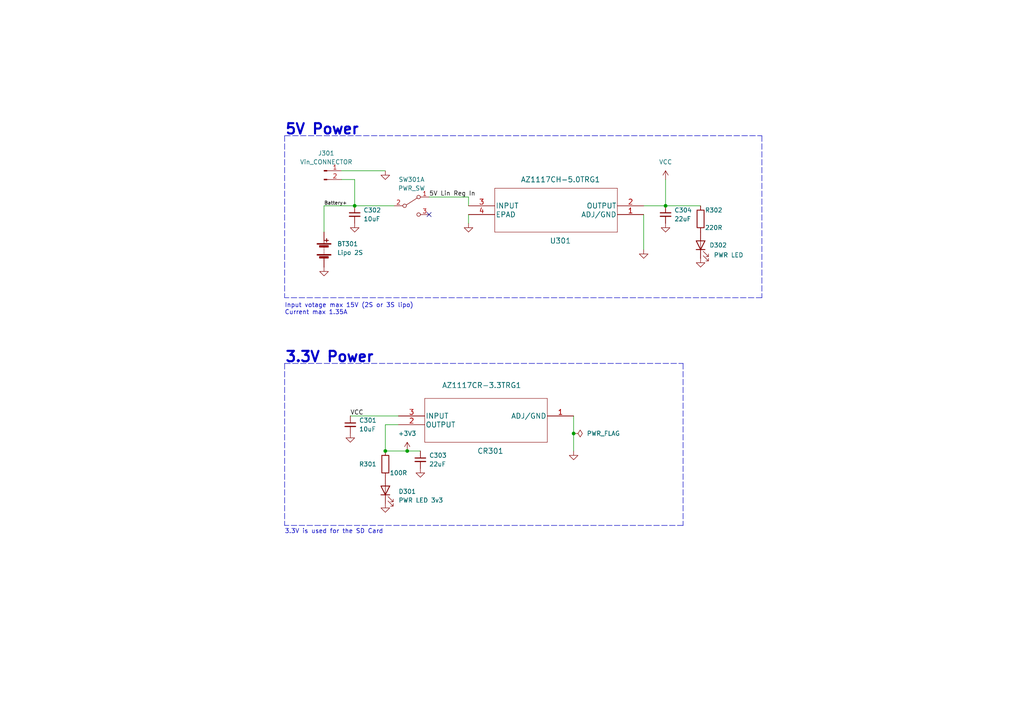
<source format=kicad_sch>
(kicad_sch (version 20211123) (generator eeschema)
  (paper "A4")
  (title_block (title "Power Assembly") (date "2022-07-03") (rev "1.0"))
  (lib_symbols
    (symbol "AZ1117CH-5-0TRG1:AZ1117CH-5.0TRG1" (pin_names (offset 0.254))
      (property "Reference" "U301" (at -25.4 13.97 0))
      (property "Value" "AZ1117CH-5.0TRG1" (at -25.4 10.16 0))
      (symbol "AZ1117CH-5.0TRG1_1_1"
        (polyline (pts (xy 7.62 -7.62) (xy 43.18 -7.62)) (stroke (width 0.127)))
        (polyline (pts (xy 7.62 5.08) (xy 7.62 -7.62)) (stroke (width 0.127)))
        (polyline (pts (xy 43.18 -7.62) (xy 43.18 5.08)) (stroke (width 0.127)))
        (polyline (pts (xy 43.18 5.08) (xy 7.62 5.08)) (stroke (width 0.127)))
        (pin bidirectional line (at 0 0 0) (length 7.62) (name "ADJ/GND") (number "1"))
        (pin power_out line (at 0 -2.54 0) (length 7.62) (name "OUTPUT") (number "2"))
        (pin input line (at 50.8 -2.54 180) (length 7.62) (name "INPUT") (number "3"))
        (pin unspecified line (at 50.8 0 180) (length 7.62) (name "EPAD") (number "4"))
      )
    )
    (symbol "AZ1117CR-3-3TRG1:AZ1117CR-3.3TRG1" (pin_names (offset 0.254))
      (property "Reference" "CR301" (at -25.4 11.43 0))
      (property "Value" "AZ1117CR-3.3TRG1" (at -25.4 7.62 0))
      (symbol "AZ1117CR-3.3TRG1_1_1"
        (polyline (pts (xy 7.62 -7.62) (xy 43.18 -7.62)) (stroke (width 0.127)))
        (polyline (pts (xy 7.62 5.08) (xy 7.62 -7.62)) (stroke (width 0.127)))
        (polyline (pts (xy 43.18 -7.62) (xy 43.18 5.08)) (stroke (width 0.127)))
        (polyline (pts (xy 43.18 5.08) (xy 7.62 5.08)) (stroke (width 0.127)))
        (pin power_in line (at 0 0 0) (length 7.62) (name "ADJ/GND") (number "1"))
        (pin power_out line (at 50.8 -2.54 180) (length 7.62) (name "OUTPUT") (number "2"))
        (pin input line (at 50.8 0 180) (length 7.62) (name "INPUT") (number "3"))
      )
    )
    (symbol "Connector:Conn_01x02_Male" (pin_names (offset 1.016) hide)
      (property "Reference" "J" (at 0 2.54 0))
      (property "Value" "Conn_01x02_Male" (at 0 -5.08 0))
      (symbol "Conn_01x02_Male_1_1"
        (polyline (pts (xy 1.27 -2.54) (xy 0.8636 -2.54)) (stroke (width 0.1524)))
        (polyline (pts (xy 1.27 0) (xy 0.8636 0)) (stroke (width 0.1524)))
        (rectangle (start 0.8636 -2.413) (end 0 -2.667) (stroke (width 0.1524)) (fill (type outline)))
        (rectangle (start 0.8636 0.127) (end 0 -0.127) (stroke (width 0.1524)) (fill (type outline)))
        (pin passive line (at 5.08 0 180) (length 3.81) (name "Pin_1") (number "1"))
        (pin passive line (at 5.08 -2.54 180) (length 3.81) (name "Pin_2") (number "2"))
      )
    )
    (symbol "Device:Battery" (pin_numbers hide) (pin_names (offset 0) hide)
      (property "Reference" "BT301" (at 3.81 1.6511 0))
      (property "Value" "Lipo 2S" (at 3.81 -0.8889 0))
      (symbol "Battery_0_1"
        (rectangle (start -2.032 -1.397) (end 2.032 -1.651) (fill (type outline)))
        (rectangle (start -2.032 1.778) (end 2.032 1.524) (fill (type outline)))
        (rectangle (start -1.3208 -1.9812) (end 1.27 -2.4892) (fill (type outline)))
        (rectangle (start -1.3208 1.1938) (end 1.27 0.6858) (fill (type outline)))
        (polyline (pts (xy 0 -1.524) (xy 0 -1.27)))
        (polyline (pts (xy 0 -1.016) (xy 0 -0.762)))
        (polyline (pts (xy 0 -0.508) (xy 0 -0.254)))
        (polyline (pts (xy 0 0) (xy 0 0.254)))
        (polyline (pts (xy 0 0.508) (xy 0 0.762)))
        (polyline (pts (xy 0 1.778) (xy 0 2.54)))
        (polyline (pts (xy 0.254 2.667) (xy 1.27 2.667)) (stroke (width 0.254)))
        (polyline (pts (xy 0.762 3.175) (xy 0.762 2.159)) (stroke (width 0.254)))
      )
      (symbol "Battery_1_1"
        (pin passive line (at 0 -5.08 90) (length 2.54) (name "-") (number "1"))
        (pin passive line (at 0 5.08 270) (length 2.54) (name "+") (number "2"))
      )
    )
    (symbol "Device:C_Small" (pin_numbers hide) (pin_names (offset 0.254) hide)
      (property "Reference" "C" (at 0.254 1.778 0))
      (property "Value" "C_Small" (at 0.254 -2.032 0))
      (symbol "C_Small_0_1"
        (polyline (pts (xy -1.524 -0.508) (xy 1.524 -0.508)) (stroke (width 0.3302)))
        (polyline (pts (xy -1.524 0.508) (xy 1.524 0.508)) (stroke (width 0.3048)))
      )
      (symbol "C_Small_1_1"
        (pin passive line (at 0 2.54 270) (length 2.032) (name "~") (number "1"))
        (pin passive line (at 0 -2.54 90) (length 2.032) (name "~") (number "2"))
      )
    )
    (symbol "Device:LED" (pin_numbers hide) (pin_names (offset 1.016) hide)
      (property "Reference" "D" (at 0 2.54 0))
      (property "Value" "LED" (at 0 -2.54 0))
      (symbol "LED_0_1"
        (polyline (pts (xy -1.27 -1.27) (xy -1.27 1.27)) (stroke (width 0.254)))
        (polyline (pts (xy -1.27 0) (xy 1.27 0)))
        (polyline (pts (xy 1.27 -1.27) (xy 1.27 1.27) (xy -1.27 0) (xy 1.27 -1.27)) (stroke (width 0.254)))
        (polyline (pts (xy -3.048 -0.762) (xy -4.572 -2.286) (xy -3.81 -2.286) (xy -4.572 -2.286) (xy -4.572 -1.524)))
        (polyline (pts (xy -1.778 -0.762) (xy -3.302 -2.286) (xy -2.54 -2.286) (xy -3.302 -2.286) (xy -3.302 -1.524)))
      )
      (symbol "LED_1_1"
        (pin passive line (at -3.81 0 0) (length 2.54) (name "K") (number "1"))
        (pin passive line (at 3.81 0 180) (length 2.54) (name "A") (number "2"))
      )
    )
    (symbol "Device:R" (pin_numbers hide) (pin_names (offset 0))
      (property "Reference" "R" (at 2.032 0 90))
      (property "Value" "R" (at 0 0 90))
      (symbol "R_0_1"
        (rectangle (start -1.016 -2.54) (end 1.016 2.54) (stroke (width 0.254)))
      )
      (symbol "R_1_1"
        (pin passive line (at 0 3.81 270) (length 1.27) (name "~") (number "1"))
        (pin passive line (at 0 -3.81 90) (length 1.27) (name "~") (number "2"))
      )
    )
    (symbol "Switch:SW_DPDT_x2" (pin_names (offset 0) hide)
      (property "Reference" "SW" (at 0 4.318 0))
      (property "Value" "SW_DPDT_x2" (at 0 -5.08 0))
      (symbol "SW_DPDT_x2_0_0"
        (circle (center -2.032 0) (radius 0.508))
        (circle (center 2.032 -2.54) (radius 0.508))
      )
      (symbol "SW_DPDT_x2_0_1"
        (polyline (pts (xy -1.524 0.254) (xy 1.651 2.286)))
        (circle (center 2.032 2.54) (radius 0.508))
      )
      (symbol "SW_DPDT_x2_1_1"
        (pin passive line (at 5.08 2.54 180) (length 2.54) (name "A") (number "1"))
        (pin passive line (at -5.08 0 0) (length 2.54) (name "B") (number "2"))
        (pin passive line (at 5.08 -2.54 180) (length 2.54) (name "C") (number "3"))
      )
      (symbol "SW_DPDT_x2_2_1"
        (pin passive line (at 5.08 2.54 180) (length 2.54) (name "A") (number "4"))
        (pin passive line (at -5.08 0 0) (length 2.54) (name "B") (number "5"))
        (pin passive line (at 5.08 -2.54 180) (length 2.54) (name "C") (number "6"))
      )
    )
    (symbol "power:+3.3V" (power) (pin_names (offset 0))
      (property "Value" "+3.3V" (at 0 3.556 0))
      (symbol "+3.3V_0_1"
        (polyline (pts (xy -0.762 1.27) (xy 0 2.54)))
        (polyline (pts (xy 0 0) (xy 0 2.54)))
        (polyline (pts (xy 0 2.54) (xy 0.762 1.27)))
      )
      (symbol "+3.3V_1_1"
        (pin power_in line (at 0 0 90) (length 0) hide (name "+3V3") (number "1"))
      )
    )
    (symbol "power:GND" (power) (pin_names (offset 0))
      (property "Value" "GND" (at 0 -3.81 0))
      (symbol "GND_0_1"
        (polyline (pts (xy 0 0) (xy 0 -1.27) (xy 1.27 -1.27) (xy 0 -2.54) (xy -1.27 -1.27) (xy 0 -1.27)))
      )
      (symbol "GND_1_1"
        (pin power_in line (at 0 0 270) (length 0) hide (name "GND") (number "1"))
      )
    )
    (symbol "power:PWR_FLAG" (power) (pin_numbers hide) (pin_names (offset 0) hide)
      (property "Value" "PWR_FLAG" (at 0 3.81 0))
      (symbol "PWR_FLAG_0_0"
        (pin power_out line (at 0 0 90) (length 0) (name "pwr") (number "1"))
      )
      (symbol "PWR_FLAG_0_1"
        (polyline (pts (xy 0 0) (xy 0 1.27) (xy -1.016 1.905) (xy 0 2.54) (xy 1.016 1.905) (xy 0 1.27)))
      )
    )
    (symbol "power:VCC" (power) (pin_names (offset 0))
      (property "Value" "VCC" (at 0 3.81 0))
      (symbol "VCC_0_1"
        (polyline (pts (xy -0.762 1.27) (xy 0 2.54)))
        (polyline (pts (xy 0 0) (xy 0 2.54)))
        (polyline (pts (xy 0 2.54) (xy 0.762 1.27)))
      )
      (symbol "VCC_1_1"
        (pin power_in line (at 0 0 90) (length 0) hide (name "VCC") (number "1"))
      )
    )
  )
  (junction (at 118.11 130.81))
  (junction (at 166.37 125.73))
  (junction (at 193.04 59.69))
  (junction (at 102.87 59.69))
  (junction (at 111.76 130.81))
  (no_connect (at 124.46 62.23))
  (polyline (pts (xy 82.55 39.37) (xy 82.55 86.36)))
  (wire (pts (xy 193.04 59.69) (xy 203.2 59.69)))
  (wire (pts (xy 124.46 57.15) (xy 135.89 57.15)))
  (polyline (pts (xy 198.12 152.4) (xy 82.55 152.4)))
  (polyline (pts (xy 82.55 39.37) (xy 220.98 39.37)))
  (wire (pts (xy 166.37 125.73) (xy 166.37 120.65)))
  (polyline (pts (xy 82.55 105.41) (xy 82.55 152.4)))
  (wire (pts (xy 111.76 130.81) (xy 118.11 130.81)))
  (polyline (pts (xy 198.12 105.41) (xy 198.12 152.4)))
  (wire (pts (xy 102.87 59.69) (xy 114.3 59.69)))
  (polyline (pts (xy 82.55 105.41) (xy 198.12 105.41)))
  (wire (pts (xy 186.69 62.23) (xy 186.69 72.39)))
  (wire (pts (xy 186.69 59.69) (xy 193.04 59.69)))
  (wire (pts (xy 99.06 49.53) (xy 111.76 49.53)))
  (wire (pts (xy 99.06 52.07) (xy 102.87 52.07)))
  (wire (pts (xy 101.6 120.65) (xy 115.57 120.65)))
  (wire (pts (xy 193.04 52.07) (xy 193.04 59.69)))
  (wire (pts (xy 93.98 67.31) (xy 93.98 59.69)))
  (wire (pts (xy 118.11 130.81) (xy 121.92 130.81)))
  (wire (pts (xy 93.98 59.69) (xy 102.87 59.69)))
  (wire (pts (xy 102.87 52.07) (xy 102.87 59.69)))
  (wire (pts (xy 115.57 123.19) (xy 111.76 123.19)))
  (polyline (pts (xy 220.98 39.37) (xy 220.98 86.36)))
  (wire (pts (xy 135.89 62.23) (xy 135.89 64.77)))
  (wire (pts (xy 135.89 57.15) (xy 135.89 59.69)))
  (polyline (pts (xy 220.98 86.36) (xy 82.55 86.36)))
  (wire (pts (xy 166.37 130.81) (xy 166.37 125.73)))
  (wire (pts (xy 111.76 123.19) (xy 111.76 130.81)))
  (text "3.3V is used for the SD Card" (at 82.55 154.94 0) (effects (font (size 1.27 1.27)) (justify left bottom)))
  (text "3.3V Power" (at 82.55 105.41 0) (effects (font (size 3 3) (thickness 0.6) bold) (justify left bottom)))
  (text "Input votage max 15V (2S or 3S lipo)\nCurrent max 1.35A" (at 82.55 91.44 0) (effects (font (size 1.27 1.27)) (justify left bottom)))
  (text "5V Power" (at 82.55 39.37 0) (effects (font (size 3 3) (thickness 0.6) bold) (justify left bottom)))
  (label "5V Lin Reg In" (at 124.46 57.15 0))
  (label "VCC" (at 101.6 120.65 0))
  (label "Battery+" (at 93.98 59.69 0) (effects (font (size 1 1))))
  (symbol (lib_id "power:GND") (at 111.76 146.05 0) (unit 1)
    (property "Reference" "#PWR0304" (effects hide))
    (property "Value" "GND" (effects hide))
  )
  (symbol (lib_id "power:GND") (at 186.69 72.39 0) (unit 1)
    (property "Reference" "#PWR0308" (effects hide))
    (property "Value" "GND" (effects hide))
  )
  (symbol (lib_id "power:GND") (at 203.2 74.93 0) (unit 1)
    (property "Reference" "#PWR0310" (effects hide))
    (property "Value" "GND" (effects hide))
  )
  (symbol (lib_id "Device:R") (at 203.2 63.5 0) (unit 1)
    (property "Reference" "R302" (at 207.01 60.96 0))
    (property "Value" "220R" (at 207.01 66.04 0))
    (property "Footprint" "Resistor_SMD:R_0805_2012Metric_Pad1.20x1.40mm_HandSolder" (effects hide))
  )
  (symbol (lib_id "Device:C_Small") (at 121.92 133.35 0) (unit 1)
    (property "Reference" "C303" (at 124.46 132.0862 0) (effects (justify left)))
    (property "Value" "22uF" (at 124.46 134.6262 0) (effects (justify left)))
    (property "Footprint" "Capacitor_THT:CP_Radial_D4.0mm_P1.50mm" (effects hide))
  )
  (symbol (lib_id "power:GND") (at 135.89 64.77 0) (unit 1)
    (property "Reference" "#PWR0305" (effects hide))
    (property "Value" "GND" (effects hide))
  )
  (symbol (lib_id "Device:Battery") (at 93.98 72.39 0) (unit 1)
    (property "Reference" "BT301" (at 97.79 70.7389 0) (effects (justify left)))
    (property "Value" "Lipo 2S" (at 97.79 73.2789 0) (effects (justify left)))
    (property "Footprint" "Connector_AMASS:AMASS_XT30U-M_1x02_P5.0mm_Vertical" (effects hide))
  )
  (symbol (lib_id "Device:C_Small") (at 101.6 123.19 0) (unit 1)
    (property "Reference" "C301" (at 104.14 121.9262 0) (effects (justify left)))
    (property "Value" "10uF" (at 104.14 124.4662 0) (effects (justify left)))
    (property "Footprint" "Capacitor_THT:CP_Radial_D4.0mm_P1.50mm" (effects hide))
  )
  (symbol (lib_id "power:PWR_FLAG") (at 166.37 125.73 270) (unit 1)
    (property "Reference" "#FLG0104" (effects hide))
    (property "Value" "PWR_FLAG" (at 170.18 125.7299 90) (effects (justify left)))
  )
  (symbol (lib_id "Switch:SW_DPDT_x2") (at 119.38 59.69 0) (unit 1)
    (property "Reference" "SW301" (at 119.38 52.07 0))
    (property "Value" "PWR_SW" (at 119.38 54.61 0))
    (property "Footprint" "Button_Switch_SMD:SW_DPDT_MSS22D18_6pin_bje" (effects hide))
  )
  (symbol (lib_id "Device:LED") (at 203.2 71.12 90) (unit 1)
    (property "Reference" "D302" (at 205.74 71.12 90) (effects (justify right)))
    (property "Value" "PWR LED" (at 207.01 73.9774 90) (effects (justify right)))
    (property "Footprint" "LED_SMD:LED_0805_2012Metric_Pad1.15x1.40mm_HandSolder" (effects hide))
  )
  (symbol (lib_id "Device:C_Small") (at 102.87 62.23 0) (unit 1)
    (property "Reference" "C302" (at 105.41 60.9662 0) (effects (justify left)))
    (property "Value" "10uF" (at 105.41 63.5062 0) (effects (justify left)))
    (property "Footprint" "Capacitor_THT:CP_Radial_D4.0mm_P1.50mm" (effects hide))
  )
  (symbol (lib_id "power:GND") (at 193.04 64.77 0) (unit 1)
    (property "Reference" "#PWR0309" (effects hide))
    (property "Value" "GND" (effects hide))
  )
  (symbol (lib_id "AZ1117CR-3-3TRG1:AZ1117CR-3.3TRG1") (at 166.37 120.65 0) (mirror y) (unit 1)
    (property "Reference" "CR301" (at 142.24 130.81 0) (effects (font (size 1.524 1.524))))
    (property "Value" "AZ1117CR-3.3TRG1" (at 139.7 111.76 0) (effects (font (size 1.524 1.524))))
    (property "Footprint" "IC:AZ1117CR-3.3TRG1" (effects hide))
  )
  (symbol (lib_id "power:GND") (at 111.76 49.53 0) (unit 1)
    (property "Reference" "#PWR0311" (effects hide))
    (property "Value" "GND" (effects hide))
  )
  (symbol (lib_id "Device:LED") (at 111.76 142.24 90) (unit 1)
    (property "Reference" "D301" (at 115.57 142.5574 90) (effects (justify right)))
    (property "Value" "PWR LED 3v3" (at 115.57 145.0974 90) (effects (justify right)))
    (property "Footprint" "LED_SMD:LED_0805_2012Metric_Pad1.15x1.40mm_HandSolder" (effects hide))
  )
  (symbol (lib_id "Connector:Conn_01x02_Male") (at 93.98 49.53 0) (unit 1)
    (property "Reference" "J301" (at 94.615 44.45 0))
    (property "Value" "Vin_CONNECTOR" (at 94.615 46.99 0))
    (property "Footprint" "Connector_PinHeader_2.54mm:PinHeader_1x02_P2.54mm_Vertical" (effects hide))
  )
  (symbol (lib_id "power:GND") (at 102.87 64.77 0) (unit 1)
    (property "Reference" "#PWR0303" (effects hide))
    (property "Value" "GND" (effects hide))
  )
  (symbol (lib_id "Device:R") (at 111.76 134.62 0) (unit 1)
    (property "Reference" "R301" (at 106.68 134.62 0))
    (property "Value" "100R" (at 115.57 137.16 0))
    (property "Footprint" "Resistor_SMD:R_0805_2012Metric_Pad1.20x1.40mm_HandSolder" (effects hide))
  )
  (symbol (lib_id "AZ1117CH-5-0TRG1:AZ1117CH-5.0TRG1") (at 186.69 62.23 180) (unit 1)
    (property "Reference" "U301" (at 162.56 69.85 0) (effects (font (size 1.524 1.524))))
    (property "Value" "AZ1117CH-5.0TRG1" (at 162.56 52.07 0) (effects (font (size 1.524 1.524))))
    (property "Footprint" "IC:AZ1117CH-5.0TRG1" (effects hide))
  )
  (symbol (lib_id "power:VCC") (at 193.04 52.07 0) (unit 1)
    (property "Reference" "#PWR0116" (effects hide))
    (property "Value" "VCC" (at 193.04 46.99 0))
  )
  (symbol (lib_id "power:GND") (at 101.6 125.73 0) (unit 1)
    (property "Reference" "#PWR0302" (effects hide))
    (property "Value" "GND" (effects hide))
  )
  (symbol (lib_id "power:GND") (at 121.92 135.89 0) (unit 1)
    (property "Reference" "#PWR0306" (effects hide))
    (property "Value" "GND" (effects hide))
  )
  (symbol (lib_id "Device:C_Small") (at 193.04 62.23 0) (unit 1)
    (property "Reference" "C304" (at 195.58 60.9662 0) (effects (justify left)))
    (property "Value" "22uF" (at 195.58 63.5062 0) (effects (justify left)))
    (property "Footprint" "Capacitor_THT:CP_Radial_D4.0mm_P1.50mm" (effects hide))
  )
  (symbol (lib_id "power:GND") (at 166.37 130.81 0) (unit 1)
    (property "Reference" "#PWR0307" (effects hide))
    (property "Value" "GND" (effects hide))
  )
  (symbol (lib_id "power:GND") (at 93.98 77.47 0) (unit 1)
    (property "Reference" "#PWR0301" (effects hide))
    (property "Value" "GND" (effects hide))
  )
  (symbol (lib_id "power:+3.3V") (at 118.11 130.81 0) (unit 1)
    (property "Reference" "#PWR0115" (effects hide))
    (property "Value" "+3.3V" (at 118.11 125.73 0))
  )
)
</source>
